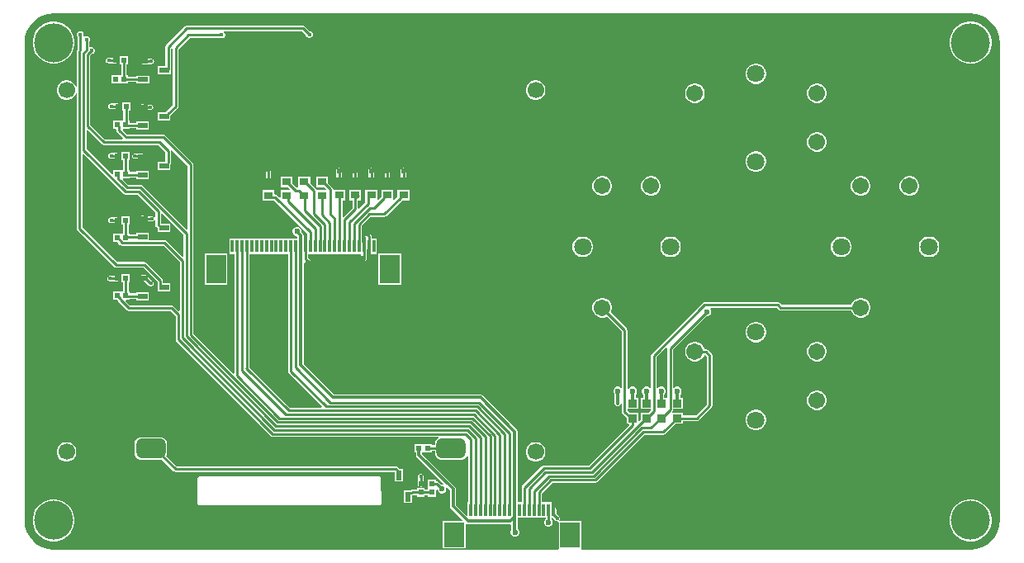
<source format=gbr>
%TF.GenerationSoftware,Altium Limited,Altium Designer,22.5.1 (42)*%
G04 Layer_Physical_Order=2*
G04 Layer_Color=16711680*
%FSLAX45Y45*%
%MOMM*%
%TF.SameCoordinates,ADDB7551-072C-4BAF-947E-D85C9ED3ECA7*%
%TF.FilePolarity,Positive*%
%TF.FileFunction,Copper,L2,Bot,Signal*%
%TF.Part,Single*%
G01*
G75*
%TA.AperFunction,SMDPad,CuDef*%
%ADD10R,0.56566X0.54000*%
%TA.AperFunction,Conductor*%
%ADD12C,0.25400*%
%ADD13C,0.30000*%
%TA.AperFunction,ComponentPad*%
G04:AMPARAMS|DCode=14|XSize=3mm|YSize=2mm|CornerRadius=0.5mm|HoleSize=0mm|Usage=FLASHONLY|Rotation=0.000|XOffset=0mm|YOffset=0mm|HoleType=Round|Shape=RoundedRectangle|*
%AMROUNDEDRECTD14*
21,1,3.00000,1.00000,0,0,0.0*
21,1,2.00000,2.00000,0,0,0.0*
1,1,1.00000,1.00000,-0.50000*
1,1,1.00000,-1.00000,-0.50000*
1,1,1.00000,-1.00000,0.50000*
1,1,1.00000,1.00000,0.50000*
%
%ADD14ROUNDEDRECTD14*%
%ADD15C,1.70000*%
%ADD16C,1.70790*%
%ADD17C,1.80000*%
%TA.AperFunction,ViaPad*%
%ADD18C,4.00000*%
%ADD19C,0.60000*%
%ADD20C,0.40000*%
%TA.AperFunction,SMDPad,CuDef*%
%ADD21R,0.86401X0.80648*%
%ADD22R,0.30000X1.30000*%
%ADD23R,2.00000X2.99999*%
%ADD24R,1.03749X0.53200*%
%ADD25R,0.53200X1.03749*%
%ADD26R,0.54000X0.56566*%
%TA.AperFunction,ConnectorPad*%
%ADD27R,2.00000X2.50000*%
%ADD28R,0.30000X1.25001*%
%TA.AperFunction,SMDPad,CuDef*%
%ADD29R,0.90000X0.80000*%
G36*
X9758526Y5494235D02*
X9814804Y5477164D01*
X9866670Y5449441D01*
X9912131Y5412132D01*
X9949440Y5366671D01*
X9977163Y5314805D01*
X9994235Y5258527D01*
X9999998Y5200000D01*
X9999999Y299999D01*
X9994235Y241473D01*
X9977163Y185194D01*
X9949440Y133329D01*
X9912132Y87868D01*
X9866671Y50559D01*
X9814804Y22836D01*
X9758527Y5764D01*
X9699999Y0D01*
X5713953Y-0D01*
X5708999Y12700D01*
Y290647D01*
X5491647D01*
X5484858Y303347D01*
X5487093Y306692D01*
X5489243Y317500D01*
X5487093Y328308D01*
X5485931Y330047D01*
X5484299Y338249D01*
X5478177Y347412D01*
X5478176Y347412D01*
X5453238Y372351D01*
Y408153D01*
X5451088Y418961D01*
X5444966Y428123D01*
X5435803Y434246D01*
X5424995Y436395D01*
X5417708Y434946D01*
X5407759Y440648D01*
X5405008Y443386D01*
Y485653D01*
X5303251D01*
Y577010D01*
X5412699Y686457D01*
X5854414D01*
X5854415Y686457D01*
X5865223Y688607D01*
X5874386Y694729D01*
X6357914Y1178257D01*
X6549446D01*
X6549447Y1178257D01*
X6560255Y1180407D01*
X6569418Y1186529D01*
X6674641Y1291753D01*
X6751100D01*
Y1318834D01*
X6896975D01*
X6896976Y1318833D01*
X6907785Y1320983D01*
X6916947Y1327106D01*
X7045249Y1455408D01*
X7045250Y1455408D01*
X7051372Y1464571D01*
X7053522Y1475379D01*
Y1991721D01*
X7051372Y2002529D01*
X7045250Y2011692D01*
X7045249Y2011692D01*
X7006371Y2050571D01*
X6997208Y2056693D01*
X6986400Y2058843D01*
X6986399Y2058843D01*
X6970969D01*
X6968153Y2069351D01*
X6954936Y2092244D01*
X6936244Y2110936D01*
X6913351Y2124153D01*
X6887817Y2130995D01*
X6861383D01*
X6835849Y2124153D01*
X6812956Y2110936D01*
X6794264Y2092244D01*
X6781047Y2069351D01*
X6774205Y2043817D01*
Y2017383D01*
X6781047Y1991849D01*
X6794264Y1968956D01*
X6812956Y1950264D01*
X6835849Y1937047D01*
X6861383Y1930205D01*
X6887817D01*
X6913351Y1937047D01*
X6936244Y1950264D01*
X6954936Y1968956D01*
X6967822Y1991276D01*
X6968265Y1991874D01*
X6982127Y1994931D01*
X6997036Y1980022D01*
Y1487078D01*
X6885278Y1375319D01*
X6751100D01*
Y1402400D01*
X6643026D01*
X6637765Y1415100D01*
X6641970Y1419305D01*
X6641970Y1419305D01*
X6648093Y1428468D01*
X6650242Y1439276D01*
Y1442400D01*
X6751100D01*
Y1553047D01*
X6723488D01*
Y1592548D01*
X6731049Y1600110D01*
X6737900Y1616649D01*
Y1634551D01*
X6731049Y1651090D01*
X6718390Y1663749D01*
X6701851Y1670600D01*
X6683949D01*
X6667410Y1663749D01*
X6662942Y1659282D01*
X6650242Y1664543D01*
Y2052842D01*
X6990800Y2393400D01*
X7006651D01*
X7023190Y2400251D01*
X7035849Y2412910D01*
X7042700Y2429449D01*
Y2447351D01*
X7035849Y2463890D01*
X7031882Y2467857D01*
X7037143Y2480557D01*
X7714354D01*
X7734281Y2460630D01*
X7734281Y2460629D01*
X7743444Y2454507D01*
X7754252Y2452357D01*
X8478231D01*
X8481047Y2441849D01*
X8494264Y2418956D01*
X8512956Y2400264D01*
X8535849Y2387047D01*
X8561383Y2380205D01*
X8587817D01*
X8613351Y2387047D01*
X8636244Y2400264D01*
X8654936Y2418956D01*
X8668153Y2441849D01*
X8674995Y2467383D01*
Y2493817D01*
X8668153Y2519351D01*
X8654936Y2542244D01*
X8636244Y2560936D01*
X8613351Y2574153D01*
X8587817Y2580995D01*
X8561383D01*
X8535849Y2574153D01*
X8512956Y2560936D01*
X8494264Y2542244D01*
X8481047Y2519351D01*
X8478231Y2508843D01*
X7765951D01*
X7746023Y2528771D01*
X7736861Y2534893D01*
X7726052Y2537043D01*
X7726051Y2537043D01*
X6972867D01*
X6972866Y2537043D01*
X6962058Y2534893D01*
X6952895Y2528771D01*
X6952895Y2528770D01*
X6431629Y2007505D01*
X6425507Y1998342D01*
X6423357Y1987534D01*
X6423357Y1987533D01*
Y1658072D01*
X6410657Y1653982D01*
X6400890Y1663749D01*
X6384351Y1670600D01*
X6366449D01*
X6349910Y1663749D01*
X6337251Y1651090D01*
X6330400Y1634551D01*
Y1616649D01*
X6337251Y1600110D01*
X6344812Y1592548D01*
Y1553047D01*
X6317200D01*
Y1442400D01*
X6417567D01*
X6420959Y1429700D01*
X6393659Y1402400D01*
X6317200D01*
Y1331694D01*
X6305634Y1320128D01*
X6293900Y1324988D01*
Y1402400D01*
X6207618D01*
X6182343Y1427675D01*
Y1442400D01*
X6293900D01*
Y1553047D01*
X6266288D01*
Y1592548D01*
X6273849Y1600110D01*
X6280700Y1616649D01*
Y1634551D01*
X6273849Y1651090D01*
X6261190Y1663749D01*
X6244651Y1670600D01*
X6226749D01*
X6210210Y1663749D01*
X6197551Y1651090D01*
X6195143Y1645277D01*
X6182443Y1647804D01*
Y2251000D01*
X6180293Y2261808D01*
X6174171Y2270971D01*
X6174170Y2270971D01*
X6012714Y2432428D01*
X6018153Y2441849D01*
X6024995Y2467383D01*
Y2493817D01*
X6018153Y2519351D01*
X6004936Y2542244D01*
X5986244Y2560936D01*
X5963351Y2574153D01*
X5937817Y2580995D01*
X5911383D01*
X5885849Y2574153D01*
X5862956Y2560936D01*
X5844264Y2542244D01*
X5831047Y2519351D01*
X5824205Y2493817D01*
Y2467383D01*
X5831047Y2441849D01*
X5844264Y2418956D01*
X5862956Y2400264D01*
X5885849Y2387047D01*
X5911383Y2380205D01*
X5937817D01*
X5963351Y2387047D01*
X5972772Y2392486D01*
X6125958Y2239301D01*
Y1664543D01*
X6113258Y1659282D01*
X6108790Y1663749D01*
X6092251Y1670600D01*
X6074349D01*
X6057810Y1663749D01*
X6045151Y1651090D01*
X6038300Y1634551D01*
Y1616649D01*
X6045151Y1600110D01*
X6052712Y1592548D01*
Y1498600D01*
X6055041Y1486895D01*
X6061671Y1476971D01*
X6071595Y1470341D01*
X6083300Y1468012D01*
X6095005Y1470341D01*
X6104929Y1476971D01*
X6111559Y1486895D01*
X6113258Y1495432D01*
X6125958Y1494181D01*
Y1447208D01*
X6125857Y1446702D01*
X6125857Y1446701D01*
Y1415978D01*
X6125857Y1415976D01*
X6128007Y1405168D01*
X6134129Y1396006D01*
X6134130Y1396005D01*
X6177500Y1352635D01*
Y1291753D01*
X6193185D01*
X6198445Y1279053D01*
X5783535Y864143D01*
X5325335D01*
X5325334Y864143D01*
X5314526Y861993D01*
X5305363Y855871D01*
X5105025Y655533D01*
X5098903Y646370D01*
X5096753Y635562D01*
X5096753Y635561D01*
Y485653D01*
X5055584D01*
Y1210704D01*
X5053255Y1222410D01*
X5046625Y1232333D01*
X5046624Y1232333D01*
X4695229Y1583729D01*
X4685305Y1590359D01*
X4673600Y1592688D01*
X4673599Y1592688D01*
X3174970D01*
X2861994Y1905664D01*
Y2939191D01*
X2874694Y2945427D01*
X2881097Y2941171D01*
X2882207Y2935592D01*
X2888329Y2926429D01*
X2897492Y2920307D01*
X2908300Y2918157D01*
X2919108Y2920307D01*
X2928271Y2926429D01*
X2934393Y2935592D01*
X2936543Y2946400D01*
Y2955763D01*
X2934393Y2966571D01*
X2928271Y2975733D01*
X2928270Y2975734D01*
X2909661Y2994343D01*
Y3031500D01*
X3453157D01*
Y2998209D01*
X3452216Y2996800D01*
X3450066Y2985991D01*
X3452216Y2975183D01*
X3458338Y2966021D01*
X3467501Y2959899D01*
X3478309Y2957748D01*
X3489117Y2959899D01*
X3498280Y2966021D01*
X3501370Y2969112D01*
X3501371Y2969112D01*
X3507493Y2978275D01*
X3509643Y2989083D01*
Y3077440D01*
X3517666Y3083285D01*
X3522343Y3085056D01*
X3531387Y3083257D01*
X3538717Y3084715D01*
X3548626Y3079052D01*
X3551417Y3076295D01*
Y3031500D01*
X3611417D01*
Y3191500D01*
X3559630D01*
Y3215649D01*
X3559630Y3215650D01*
X3557480Y3226458D01*
X3551358Y3235621D01*
X3551357Y3235621D01*
X3545563Y3241416D01*
X3543993Y3249308D01*
X3537871Y3258471D01*
X3528708Y3264593D01*
X3517900Y3266743D01*
X3507092Y3264593D01*
X3497929Y3258471D01*
X3491807Y3249308D01*
X3489657Y3238500D01*
Y3229139D01*
X3489657Y3229137D01*
X3491807Y3218329D01*
X3497929Y3209167D01*
X3503145Y3203951D01*
Y3145560D01*
X3495122Y3139715D01*
X3490444Y3137944D01*
X3481400Y3139743D01*
X3474105Y3138292D01*
X3464163Y3143986D01*
X3461405Y3146728D01*
Y3191500D01*
X3459630D01*
Y3324455D01*
X3548633Y3413457D01*
X3689488D01*
X3689490Y3413457D01*
X3700298Y3415607D01*
X3709460Y3421729D01*
X3871141Y3583410D01*
X3946200D01*
Y3693410D01*
X3826200D01*
Y3618352D01*
X3793800Y3585952D01*
X3781100Y3591212D01*
Y3693410D01*
X3661100D01*
Y3618352D01*
X3628700Y3585952D01*
X3616000Y3591212D01*
Y3693410D01*
X3496000D01*
Y3613840D01*
X3495457Y3611110D01*
X3495457Y3611109D01*
Y3560799D01*
X3431293Y3496635D01*
X3418593Y3501895D01*
Y3583410D01*
X3450900D01*
Y3693410D01*
X3330900D01*
Y3583410D01*
X3362108D01*
Y3503649D01*
X3272331Y3413872D01*
X3259631Y3419133D01*
Y3583410D01*
X3285800D01*
Y3693410D01*
X3177549D01*
X3165323Y3695606D01*
X3163269Y3705062D01*
X3162993Y3706446D01*
X3156871Y3715609D01*
X3156870Y3715610D01*
X3113810Y3758670D01*
Y3828729D01*
X2993810D01*
Y3718729D01*
X3073868D01*
X3092114Y3700483D01*
X3087254Y3688749D01*
X2995084D01*
X2994723Y3690567D01*
X2988601Y3699729D01*
X2929660Y3758670D01*
Y3828729D01*
X2809660D01*
Y3718729D01*
X2800061Y3711243D01*
X2792938D01*
X2745510Y3758670D01*
Y3828729D01*
X2625510D01*
Y3718729D01*
X2705569D01*
X2723815Y3700483D01*
X2718955Y3688749D01*
X2625510D01*
Y3615925D01*
X2613777Y3611065D01*
X2590093Y3634749D01*
X2580931Y3640871D01*
X2570123Y3643021D01*
X2561901Y3651640D01*
Y3687200D01*
X2441902D01*
Y3577200D01*
X2561901D01*
X2561901Y3577200D01*
Y3577200D01*
X2572660Y3572299D01*
X2903146Y3241813D01*
Y3191500D01*
X2901406D01*
Y3146734D01*
X2898655Y3143995D01*
X2888705Y3138293D01*
X2881418Y3139743D01*
X2874694Y3138405D01*
X2861994Y3145947D01*
Y3221499D01*
X2861994Y3221500D01*
X2859665Y3233205D01*
X2853035Y3243129D01*
X2839000Y3257163D01*
Y3272851D01*
X2832149Y3289390D01*
X2819490Y3302049D01*
X2802951Y3308900D01*
X2785049D01*
X2768510Y3302049D01*
X2755851Y3289390D01*
X2749000Y3272851D01*
Y3254949D01*
X2755851Y3238410D01*
X2768510Y3225751D01*
X2785049Y3218900D01*
X2790748D01*
X2800818Y3208830D01*
Y3191500D01*
X2101407D01*
Y3031500D01*
X2153160D01*
Y1810008D01*
X2140460Y1804748D01*
X1730043Y2215165D01*
Y3949699D01*
X1730043Y3949700D01*
X1727893Y3960508D01*
X1721771Y3969671D01*
X1442371Y4249071D01*
X1433208Y4255193D01*
X1422400Y4257343D01*
X1422399Y4257343D01*
X1053098D01*
X1008075Y4302367D01*
X1012935Y4314100D01*
X1082346D01*
Y4321756D01*
X1143801D01*
Y4308399D01*
X1277550D01*
Y4391599D01*
X1143801D01*
Y4378242D01*
X1082346D01*
Y4398100D01*
X1071065D01*
Y4504600D01*
X1089864D01*
Y4588600D01*
X1003299D01*
Y4504600D01*
X1014580D01*
Y4398100D01*
X909217D01*
Y4314100D01*
X938424D01*
X939840Y4302417D01*
X941990Y4291609D01*
X948112Y4282446D01*
X1011316Y4219243D01*
X1006055Y4206543D01*
X824499D01*
X675943Y4355099D01*
Y5068301D01*
X690742Y5083100D01*
X692762D01*
X705626Y5088428D01*
X715472Y5098274D01*
X720800Y5111138D01*
Y5125062D01*
X715472Y5137926D01*
X705626Y5147772D01*
X692762Y5153100D01*
X678838D01*
X675943Y5151901D01*
X663243Y5160387D01*
Y5211145D01*
X664672Y5212574D01*
X670000Y5225438D01*
Y5239362D01*
X664672Y5252226D01*
X654826Y5262072D01*
X641962Y5267400D01*
X628038D01*
X615174Y5262072D01*
X613816Y5260713D01*
X603049Y5267907D01*
X606500Y5276238D01*
Y5290162D01*
X601172Y5303026D01*
X591326Y5312872D01*
X578462Y5318200D01*
X564538D01*
X551674Y5312872D01*
X541828Y5303026D01*
X536500Y5290162D01*
Y5276238D01*
X541828Y5263374D01*
X543257Y5261945D01*
Y5127943D01*
X540807Y5124276D01*
X538657Y5113468D01*
X538657Y5113467D01*
Y4749005D01*
X525957Y4747333D01*
X524885Y4751335D01*
X511720Y4774138D01*
X493101Y4792756D01*
X470298Y4805922D01*
X444865Y4812737D01*
X418535D01*
X393102Y4805922D01*
X370299Y4792756D01*
X351680Y4774138D01*
X338515Y4751335D01*
X331700Y4725902D01*
Y4699571D01*
X338515Y4674138D01*
X351680Y4651336D01*
X370299Y4632717D01*
X393102Y4619552D01*
X418535Y4612737D01*
X444865D01*
X470298Y4619552D01*
X493101Y4632717D01*
X511720Y4651336D01*
X524885Y4674138D01*
X525957Y4678141D01*
X538657Y4676468D01*
Y3293901D01*
X538657Y3293900D01*
X540807Y3283092D01*
X546929Y3273929D01*
X919829Y2901029D01*
X928992Y2894907D01*
X939800Y2892757D01*
X1220201D01*
X1363507Y2749451D01*
Y2706301D01*
X1363507Y2706300D01*
X1364050Y2703570D01*
Y2650800D01*
X1497799D01*
Y2734000D01*
X1419993D01*
Y2761149D01*
X1419993Y2761150D01*
X1417843Y2771958D01*
X1411721Y2781121D01*
X1251871Y2940971D01*
X1242708Y2947093D01*
X1231900Y2949243D01*
X1231899Y2949243D01*
X951499D01*
X595143Y3305599D01*
Y4053688D01*
X606876Y4058549D01*
X1015096Y3650329D01*
X1024258Y3644207D01*
X1035066Y3642057D01*
X1035068Y3642057D01*
X1158192D01*
X1343357Y3456893D01*
Y3413846D01*
X1341275Y3412378D01*
X1325277Y3413664D01*
X1316114Y3419786D01*
X1305307Y3421936D01*
X1223217D01*
X1221484Y3423094D01*
X1210676Y3425244D01*
X1199868Y3423094D01*
X1190705Y3416972D01*
X1184583Y3407809D01*
X1182433Y3397001D01*
X1184583Y3386193D01*
X1190705Y3377030D01*
X1194013Y3373723D01*
X1203175Y3367601D01*
X1213983Y3365450D01*
X1213985Y3365451D01*
X1305307D01*
X1316114Y3367601D01*
X1325277Y3373723D01*
X1341275Y3375008D01*
X1343357Y3373541D01*
Y3330780D01*
X1343357Y3330779D01*
X1345507Y3319971D01*
X1351629Y3310808D01*
X1364050Y3298388D01*
Y3260400D01*
X1497799D01*
Y3343600D01*
X1419754D01*
X1417024Y3344143D01*
X1417023Y3344143D01*
X1399843D01*
Y3445822D01*
X1411576Y3450682D01*
X1633157Y3229101D01*
Y3008078D01*
X1621424Y3003218D01*
X1458971Y3165671D01*
X1449808Y3171793D01*
X1439000Y3173943D01*
X1438999Y3173943D01*
X1277550D01*
Y3248599D01*
X1143801D01*
Y3231942D01*
X1082346D01*
Y3242400D01*
X1067306D01*
Y3336200D01*
X1082346D01*
Y3420200D01*
X995780D01*
Y3336200D01*
X1010820D01*
Y3242400D01*
X909217D01*
Y3158400D01*
X955539D01*
X956987Y3151118D01*
X963110Y3141955D01*
X979335Y3125730D01*
X979336Y3125729D01*
X988498Y3119607D01*
X999307Y3117457D01*
X1427301D01*
X1592757Y2952001D01*
Y2451578D01*
X1581024Y2446717D01*
X1531271Y2496471D01*
X1522108Y2502593D01*
X1511300Y2504743D01*
X1511299Y2504743D01*
X1083305D01*
X1038281Y2549767D01*
X1043142Y2561500D01*
X1082346D01*
Y2572207D01*
X1143801D01*
Y2555799D01*
X1277550D01*
Y2638999D01*
X1143801D01*
Y2628692D01*
X1082346D01*
Y2645500D01*
X1067306D01*
Y2739300D01*
X1082346D01*
Y2823300D01*
X995780D01*
Y2739300D01*
X1010820D01*
Y2645500D01*
X909217D01*
Y2561500D01*
X955539D01*
X956987Y2554218D01*
X963110Y2545055D01*
X1051636Y2456529D01*
X1060798Y2450407D01*
X1071606Y2448257D01*
X1071608Y2448257D01*
X1499601D01*
X1552357Y2395501D01*
Y2153265D01*
X1552357Y2153264D01*
X1554507Y2142456D01*
X1560629Y2133293D01*
X2528093Y1165830D01*
X2528093Y1165830D01*
X2537256Y1159707D01*
X2548064Y1157558D01*
X4242221D01*
X4244748Y1144858D01*
X4243919Y1144514D01*
X4230342Y1134096D01*
X4219923Y1120517D01*
X4213373Y1104706D01*
X4211139Y1087737D01*
Y1069643D01*
X4175964D01*
Y1083400D01*
X4002836D01*
Y999400D01*
X4015531D01*
Y970383D01*
X4015530Y970382D01*
X4017859Y958677D01*
X4024490Y948753D01*
X4294562Y678681D01*
X4290029Y669647D01*
X4287982Y667300D01*
X4274841D01*
X4249071Y693071D01*
X4239908Y699193D01*
X4229100Y701343D01*
X4220300Y709575D01*
Y716383D01*
X4136300D01*
Y614780D01*
X4106000D01*
Y629820D01*
X4022000D01*
Y614780D01*
X3976558D01*
X3965750Y612630D01*
X3963452Y611094D01*
X3947599D01*
X3947598Y611094D01*
X3944868Y610551D01*
X3892098D01*
Y476802D01*
X3975298D01*
Y555091D01*
X3983681Y556758D01*
X3985979Y558294D01*
X4022000D01*
Y543254D01*
X4106000D01*
Y558294D01*
X4136300D01*
Y543254D01*
X4220300D01*
Y610780D01*
X4233000Y617568D01*
X4234900Y616299D01*
Y613349D01*
X4241751Y596810D01*
X4254410Y584151D01*
X4270949Y577300D01*
X4288851D01*
X4305390Y584151D01*
X4318049Y596810D01*
X4324900Y613349D01*
Y630382D01*
X4327247Y632429D01*
X4336281Y636962D01*
X4363612Y609630D01*
Y444502D01*
X4363612Y444500D01*
X4365941Y432795D01*
X4372571Y422871D01*
X4489559Y305883D01*
X4484699Y294150D01*
X4291001D01*
Y14150D01*
X4521000D01*
Y257850D01*
X4533700Y264639D01*
X4534895Y263841D01*
X4546600Y261512D01*
X4546602Y261512D01*
X4978882D01*
X4978883Y261512D01*
X4981708Y262074D01*
X4994408Y252281D01*
Y206648D01*
X4991051Y203290D01*
X4984200Y186751D01*
Y168849D01*
X4991051Y152310D01*
X5003710Y139651D01*
X5020249Y132800D01*
X5038151D01*
X5054690Y139651D01*
X5067349Y152310D01*
X5074200Y168849D01*
Y186751D01*
X5067349Y203290D01*
X5055584Y215056D01*
Y330652D01*
X5345311D01*
Y316251D01*
X5333951Y304890D01*
X5327100Y288351D01*
Y270449D01*
X5333951Y253910D01*
X5346610Y241251D01*
X5363149Y234400D01*
X5381051D01*
X5397590Y241251D01*
X5410249Y253910D01*
X5417100Y270449D01*
Y288351D01*
X5410249Y304890D01*
X5405162Y309978D01*
X5406025Y324291D01*
X5413075Y329382D01*
X5416931Y328775D01*
X5431094Y314612D01*
X5432114Y309485D01*
X5438236Y300323D01*
X5441030Y297529D01*
X5450192Y291407D01*
X5461000Y289257D01*
X5466299Y290311D01*
X5477563Y283029D01*
X5478999Y280938D01*
Y12700D01*
X5478999Y10648D01*
X5474045Y-0D01*
X300000Y-1D01*
X241472Y5764D01*
X185194Y22835D01*
X133328Y50558D01*
X87867Y87867D01*
X50559Y133328D01*
X22835Y185194D01*
X5764Y241472D01*
X-1Y299999D01*
X-1Y5199999D01*
X5764Y5258526D01*
X22835Y5314804D01*
X50558Y5366670D01*
X87867Y5412131D01*
X133328Y5449440D01*
X185193Y5477163D01*
X241472Y5494234D01*
X299999Y5499999D01*
X9699999Y5500000D01*
X9758526Y5494235D01*
D02*
G37*
G36*
X792829Y4158330D02*
X792830Y4158329D01*
X801992Y4152207D01*
X812800Y4150057D01*
X1372601D01*
X1444957Y4077701D01*
Y3978600D01*
X1364050D01*
Y3895400D01*
X1497799D01*
Y3948170D01*
X1498342Y3950900D01*
X1498341Y3950901D01*
Y3953547D01*
X1499293Y3954971D01*
X1501443Y3965779D01*
X1501443Y3965780D01*
Y4089400D01*
X1500758Y4092839D01*
X1512463Y4099095D01*
X1673557Y3938001D01*
Y3285178D01*
X1661824Y3280318D01*
X1211471Y3730671D01*
X1202308Y3736793D01*
X1191500Y3738943D01*
X1191499Y3738943D01*
X1063499D01*
X1009042Y3793400D01*
X1014303Y3806100D01*
X1082346D01*
Y3816807D01*
X1143801D01*
Y3800399D01*
X1277550D01*
Y3883599D01*
X1143801D01*
Y3873292D01*
X1082346D01*
Y3890100D01*
X1067306D01*
Y3996600D01*
X1082346D01*
Y4080600D01*
X995780D01*
Y3996600D01*
X1010820D01*
Y3890100D01*
X909217D01*
Y3852684D01*
X897484Y3847824D01*
X635543Y4109765D01*
Y4299022D01*
X647276Y4303883D01*
X792829Y4158330D01*
D02*
G37*
G36*
X6582975Y2075436D02*
X6593757Y2064541D01*
X6593757Y2064540D01*
Y1563411D01*
X6586000Y1553924D01*
X6558388D01*
Y1592548D01*
X6565949Y1600110D01*
X6572800Y1616649D01*
Y1634551D01*
X6565949Y1651090D01*
X6553290Y1663749D01*
X6536751Y1670600D01*
X6518849D01*
X6502310Y1663749D01*
X6492543Y1653982D01*
X6479843Y1658072D01*
Y1975835D01*
X6579769Y2075761D01*
X6582975Y2075436D01*
D02*
G37*
G36*
X2703146Y1827912D02*
X2703146Y1827911D01*
X2705296Y1817103D01*
X2711418Y1807940D01*
X3051183Y1468176D01*
X3046322Y1456443D01*
X2723699D01*
X2309645Y1870496D01*
Y3031500D01*
X2703146D01*
Y1827912D01*
D02*
G37*
G36*
X4211139Y987737D02*
X4213373Y970768D01*
X4219923Y954957D01*
X4230342Y941379D01*
X4243919Y930960D01*
X4259731Y924410D01*
X4276700Y922176D01*
X4476700D01*
X4493668Y924410D01*
X4509480Y930960D01*
X4523058Y941379D01*
X4533477Y954957D01*
X4534064Y956374D01*
X4546764Y953848D01*
Y485648D01*
X4545007D01*
Y353544D01*
X4533274Y348684D01*
X4424788Y457170D01*
Y622300D01*
X4422459Y634006D01*
X4415829Y643929D01*
X4415828Y643930D01*
X4076706Y983052D01*
Y999400D01*
X4175964D01*
Y1013157D01*
X4211139D01*
Y987737D01*
D02*
G37*
%LPC*%
G36*
X2857500Y5374943D02*
X2857499Y5374943D01*
X1663700D01*
X1652892Y5372793D01*
X1643729Y5366671D01*
X1643729Y5366670D01*
X1455355Y5178297D01*
X1449233Y5169134D01*
X1447083Y5158326D01*
X1447083Y5158325D01*
Y4956500D01*
X1369277D01*
Y4873300D01*
X1503026D01*
Y4926070D01*
X1503569Y4928800D01*
X1503569Y4928801D01*
Y5142703D01*
X1508828Y5146618D01*
X1513161Y5145522D01*
X1521157Y5139963D01*
Y4558298D01*
X1450128Y4487269D01*
X1449681Y4486600D01*
X1364050D01*
Y4403400D01*
X1497799D01*
Y4455057D01*
X1569370Y4526629D01*
X1569371Y4526629D01*
X1575493Y4535792D01*
X1577643Y4546600D01*
X1577643Y4546601D01*
Y5131801D01*
X1695543Y5249701D01*
X2001590D01*
X2002378Y5248914D01*
X2015242Y5243585D01*
X2029166D01*
X2042030Y5248914D01*
X2051875Y5258759D01*
X2057204Y5271623D01*
Y5285547D01*
X2051875Y5298411D01*
X2044529Y5305757D01*
X2047778Y5317429D01*
X2048423Y5318457D01*
X2845801D01*
X2886000Y5278259D01*
Y5276238D01*
X2891328Y5263374D01*
X2901174Y5253528D01*
X2914038Y5248200D01*
X2927962D01*
X2940826Y5253528D01*
X2950672Y5263374D01*
X2956000Y5276238D01*
Y5290162D01*
X2950672Y5303026D01*
X2940826Y5312872D01*
X2927962Y5318200D01*
X2925941D01*
X2877471Y5366671D01*
X2868308Y5372793D01*
X2857500Y5374943D01*
D02*
G37*
G36*
X934618Y5044743D02*
X863600D01*
X852792Y5042593D01*
X843629Y5036471D01*
X837507Y5027308D01*
X835357Y5016500D01*
X837507Y5005692D01*
X843629Y4996529D01*
X852792Y4990407D01*
X863600Y4988257D01*
X934618D01*
X945426Y4990407D01*
X954589Y4996529D01*
X960711Y5005692D01*
X962861Y5016500D01*
X960711Y5027308D01*
X954589Y5036471D01*
X945426Y5042593D01*
X934618Y5044743D01*
D02*
G37*
G36*
X9721176Y5415000D02*
X9678824D01*
X9637287Y5406738D01*
X9598159Y5390530D01*
X9562946Y5367001D01*
X9532998Y5337054D01*
X9509469Y5301841D01*
X9493262Y5262713D01*
X9485000Y5221176D01*
Y5178824D01*
X9493262Y5137287D01*
X9509469Y5098159D01*
X9532998Y5062946D01*
X9562946Y5032999D01*
X9598159Y5009470D01*
X9637287Y4993262D01*
X9678824Y4985000D01*
X9721176D01*
X9762713Y4993262D01*
X9801840Y5009470D01*
X9837054Y5032999D01*
X9867001Y5062946D01*
X9890530Y5098159D01*
X9906738Y5137287D01*
X9915000Y5178824D01*
Y5221176D01*
X9906738Y5262713D01*
X9890530Y5301841D01*
X9867001Y5337054D01*
X9837054Y5367001D01*
X9801840Y5390530D01*
X9762713Y5406738D01*
X9721176Y5415000D01*
D02*
G37*
G36*
X321176D02*
X278824D01*
X237287Y5406738D01*
X198159Y5390530D01*
X162946Y5367001D01*
X132998Y5337054D01*
X109469Y5301841D01*
X93262Y5262713D01*
X85000Y5221176D01*
Y5178824D01*
X93262Y5137287D01*
X109469Y5098159D01*
X132998Y5062946D01*
X162946Y5032999D01*
X198159Y5009470D01*
X237287Y4993262D01*
X278824Y4985000D01*
X321176D01*
X362713Y4993262D01*
X401840Y5009470D01*
X437054Y5032999D01*
X467001Y5062946D01*
X490530Y5098159D01*
X506738Y5137287D01*
X515000Y5178824D01*
Y5221176D01*
X506738Y5262713D01*
X490530Y5301841D01*
X467001Y5337054D01*
X437054Y5367001D01*
X401840Y5390530D01*
X362713Y5406738D01*
X321176Y5415000D01*
D02*
G37*
G36*
X1215903Y5038144D02*
X1205095Y5035994D01*
X1195932Y5029872D01*
X1189810Y5020709D01*
X1187660Y5009901D01*
X1189810Y4999093D01*
X1195932Y4989930D01*
X1197457Y4988406D01*
X1197458Y4988405D01*
X1206620Y4982283D01*
X1217428Y4980133D01*
X1293430D01*
X1301099Y4978608D01*
X1311907Y4980758D01*
X1321069Y4986880D01*
X1327192Y4996043D01*
X1329342Y5006851D01*
X1327192Y5017659D01*
X1321069Y5026821D01*
X1319544Y5028347D01*
X1310382Y5034469D01*
X1299573Y5036619D01*
X1299572Y5036619D01*
X1223572D01*
X1215903Y5038144D01*
D02*
G37*
G36*
X1064464Y5058500D02*
X977899D01*
Y4974500D01*
X992939D01*
Y4868000D01*
X891336D01*
Y4784000D01*
X1064464D01*
Y4794707D01*
X1149029D01*
Y4778299D01*
X1282777D01*
Y4861499D01*
X1149029D01*
Y4851192D01*
X1064464D01*
Y4868000D01*
X1049424D01*
Y4974500D01*
X1064464D01*
Y5058500D01*
D02*
G37*
G36*
X7513423Y4985600D02*
X7485776D01*
X7459071Y4978444D01*
X7435129Y4964621D01*
X7415579Y4945072D01*
X7401756Y4921129D01*
X7394600Y4894424D01*
Y4866777D01*
X7401756Y4840072D01*
X7415579Y4816129D01*
X7435129Y4796580D01*
X7459071Y4782756D01*
X7485776Y4775601D01*
X7513423D01*
X7540128Y4782756D01*
X7564071Y4796580D01*
X7583621Y4816129D01*
X7597444Y4840072D01*
X7604600Y4866777D01*
Y4894424D01*
X7597444Y4921129D01*
X7583621Y4945072D01*
X7564071Y4964621D01*
X7540128Y4978444D01*
X7513423Y4985600D01*
D02*
G37*
G36*
X5254865Y4812737D02*
X5228535D01*
X5203102Y4805922D01*
X5180299Y4792756D01*
X5161680Y4774138D01*
X5148515Y4751335D01*
X5141700Y4725902D01*
Y4699571D01*
X5148515Y4674138D01*
X5161680Y4651336D01*
X5180299Y4632717D01*
X5203102Y4619552D01*
X5228535Y4612737D01*
X5254865D01*
X5280298Y4619552D01*
X5303101Y4632717D01*
X5321720Y4651336D01*
X5334885Y4674138D01*
X5341700Y4699571D01*
Y4725902D01*
X5334885Y4751335D01*
X5321720Y4774138D01*
X5303101Y4792756D01*
X5280298Y4805922D01*
X5254865Y4812737D01*
D02*
G37*
G36*
X8137817Y4780995D02*
X8111383D01*
X8085849Y4774153D01*
X8062956Y4760936D01*
X8044264Y4742244D01*
X8031047Y4719351D01*
X8024205Y4693817D01*
Y4667383D01*
X8031047Y4641849D01*
X8044264Y4618956D01*
X8062956Y4600264D01*
X8085849Y4587047D01*
X8111383Y4580205D01*
X8137817D01*
X8163351Y4587047D01*
X8186244Y4600264D01*
X8204936Y4618956D01*
X8218153Y4641849D01*
X8224995Y4667383D01*
Y4693817D01*
X8218153Y4719351D01*
X8204936Y4742244D01*
X8186244Y4760936D01*
X8163351Y4774153D01*
X8137817Y4780995D01*
D02*
G37*
G36*
X6887817D02*
X6861383D01*
X6835849Y4774153D01*
X6812956Y4760936D01*
X6794264Y4742244D01*
X6781047Y4719351D01*
X6774205Y4693817D01*
Y4667383D01*
X6781047Y4641849D01*
X6794264Y4618956D01*
X6812956Y4600264D01*
X6835849Y4587047D01*
X6861383Y4580205D01*
X6887817D01*
X6913351Y4587047D01*
X6936244Y4600264D01*
X6954936Y4618956D01*
X6968153Y4641849D01*
X6974995Y4667383D01*
Y4693817D01*
X6968153Y4719351D01*
X6954936Y4742244D01*
X6936244Y4760936D01*
X6913351Y4774153D01*
X6887817Y4780995D01*
D02*
G37*
G36*
X960018Y4574843D02*
X889000D01*
X878192Y4572693D01*
X869029Y4566571D01*
X862907Y4557408D01*
X860757Y4546600D01*
X862907Y4535792D01*
X869029Y4526629D01*
X878192Y4520507D01*
X889000Y4518357D01*
X960018D01*
X970826Y4520507D01*
X979989Y4526629D01*
X986111Y4535792D01*
X988261Y4546600D01*
X986111Y4557408D01*
X979989Y4566571D01*
X970826Y4572693D01*
X960018Y4574843D01*
D02*
G37*
G36*
X1210676Y4568244D02*
X1199868Y4566094D01*
X1190705Y4559972D01*
X1184583Y4550809D01*
X1182433Y4540001D01*
X1184583Y4529193D01*
X1190705Y4520030D01*
X1194013Y4516723D01*
X1203175Y4510601D01*
X1213983Y4508450D01*
X1213985Y4508451D01*
X1292607D01*
X1303414Y4510601D01*
X1312577Y4516723D01*
X1318699Y4525886D01*
X1320849Y4536693D01*
X1318699Y4547501D01*
X1312577Y4556664D01*
X1303414Y4562786D01*
X1292607Y4564936D01*
X1223217D01*
X1221484Y4566094D01*
X1210676Y4568244D01*
D02*
G37*
G36*
X8137817Y4280995D02*
X8111383D01*
X8085849Y4274153D01*
X8062956Y4260936D01*
X8044264Y4242244D01*
X8031047Y4219351D01*
X8024205Y4193817D01*
Y4167383D01*
X8031047Y4141849D01*
X8044264Y4118956D01*
X8062956Y4100264D01*
X8085849Y4087047D01*
X8111383Y4080205D01*
X8137817D01*
X8163351Y4087047D01*
X8186244Y4100264D01*
X8204936Y4118956D01*
X8218153Y4141849D01*
X8224995Y4167383D01*
Y4193817D01*
X8218153Y4219351D01*
X8204936Y4242244D01*
X8186244Y4260936D01*
X8163351Y4274153D01*
X8137817Y4280995D01*
D02*
G37*
G36*
X7513423Y4085599D02*
X7485776D01*
X7459071Y4078444D01*
X7435129Y4064620D01*
X7415579Y4045071D01*
X7401756Y4021128D01*
X7394600Y3994423D01*
Y3966776D01*
X7401756Y3940071D01*
X7415579Y3916128D01*
X7435129Y3896579D01*
X7459071Y3882756D01*
X7485776Y3875600D01*
X7513423D01*
X7540128Y3882756D01*
X7564071Y3896579D01*
X7583621Y3916128D01*
X7597444Y3940071D01*
X7604600Y3966776D01*
Y3994423D01*
X7597444Y4021128D01*
X7583621Y4045071D01*
X7564071Y4064620D01*
X7540128Y4078444D01*
X7513423Y4085599D01*
D02*
G37*
G36*
X3886200Y3914443D02*
X3875392Y3912293D01*
X3866229Y3906171D01*
X3860107Y3897008D01*
X3857957Y3886200D01*
Y3778390D01*
X3860107Y3767582D01*
X3866229Y3758419D01*
X3875392Y3752297D01*
X3886200Y3750147D01*
X3897008Y3752297D01*
X3906171Y3758419D01*
X3912293Y3767582D01*
X3914443Y3778390D01*
Y3886200D01*
X3912293Y3897008D01*
X3906171Y3906171D01*
X3897008Y3912293D01*
X3886200Y3914443D01*
D02*
G37*
G36*
X3721100D02*
X3710292Y3912293D01*
X3701129Y3906171D01*
X3695007Y3897008D01*
X3692857Y3886200D01*
Y3778390D01*
X3695007Y3767582D01*
X3701129Y3758419D01*
X3710292Y3752297D01*
X3721100Y3750147D01*
X3731908Y3752297D01*
X3741071Y3758419D01*
X3747193Y3767582D01*
X3749343Y3778390D01*
Y3886200D01*
X3747193Y3897008D01*
X3741071Y3906171D01*
X3731908Y3912293D01*
X3721100Y3914443D01*
D02*
G37*
G36*
X3556000D02*
X3545192Y3912293D01*
X3536029Y3906171D01*
X3529907Y3897008D01*
X3527757Y3886200D01*
Y3778390D01*
X3529907Y3767582D01*
X3536029Y3758419D01*
X3545192Y3752297D01*
X3556000Y3750147D01*
X3566808Y3752297D01*
X3575971Y3758419D01*
X3582093Y3767582D01*
X3584243Y3778390D01*
Y3886200D01*
X3582093Y3897008D01*
X3575971Y3906171D01*
X3566808Y3912293D01*
X3556000Y3914443D01*
D02*
G37*
G36*
X3390900D02*
X3380092Y3912293D01*
X3370929Y3906171D01*
X3364807Y3897008D01*
X3362657Y3886200D01*
Y3778390D01*
X3364807Y3767582D01*
X3370929Y3758419D01*
X3380092Y3752297D01*
X3390900Y3750147D01*
X3401708Y3752297D01*
X3410871Y3758419D01*
X3416993Y3767582D01*
X3419143Y3778390D01*
Y3886200D01*
X3416993Y3897008D01*
X3410871Y3906171D01*
X3401708Y3912293D01*
X3390900Y3914443D01*
D02*
G37*
G36*
X3225800D02*
X3214992Y3912293D01*
X3205829Y3906171D01*
X3199707Y3897008D01*
X3197557Y3886200D01*
Y3778390D01*
X3199707Y3767582D01*
X3205829Y3758419D01*
X3214992Y3752297D01*
X3225800Y3750147D01*
X3236608Y3752297D01*
X3245771Y3758419D01*
X3251893Y3767582D01*
X3254043Y3778390D01*
Y3886200D01*
X3251893Y3897008D01*
X3245771Y3906171D01*
X3236608Y3912293D01*
X3225800Y3914443D01*
D02*
G37*
G36*
X2501900Y3927143D02*
X2491092Y3924993D01*
X2481929Y3918871D01*
X2475807Y3909708D01*
X2473657Y3898900D01*
Y3772182D01*
X2473657Y3772181D01*
X2475807Y3761373D01*
X2481929Y3752210D01*
X2481931Y3752209D01*
X2491093Y3746087D01*
X2501902Y3743937D01*
X2512709Y3746087D01*
X2521872Y3752209D01*
X2527994Y3761371D01*
X2530144Y3772179D01*
X2530143Y3772187D01*
Y3898900D01*
X2527993Y3909708D01*
X2521871Y3918871D01*
X2512708Y3924993D01*
X2501900Y3927143D01*
D02*
G37*
G36*
X9087817Y3830995D02*
X9061383D01*
X9035849Y3824153D01*
X9012956Y3810936D01*
X8994264Y3792244D01*
X8981047Y3769351D01*
X8974205Y3743817D01*
Y3717383D01*
X8981047Y3691849D01*
X8994264Y3668956D01*
X9012956Y3650264D01*
X9035849Y3637047D01*
X9061383Y3630205D01*
X9087817D01*
X9113351Y3637047D01*
X9136244Y3650264D01*
X9154936Y3668956D01*
X9168153Y3691849D01*
X9174995Y3717383D01*
Y3743817D01*
X9168153Y3769351D01*
X9154936Y3792244D01*
X9136244Y3810936D01*
X9113351Y3824153D01*
X9087817Y3830995D01*
D02*
G37*
G36*
X8587817D02*
X8561383D01*
X8535849Y3824153D01*
X8512956Y3810936D01*
X8494264Y3792244D01*
X8481047Y3769351D01*
X8474205Y3743817D01*
Y3717383D01*
X8481047Y3691849D01*
X8494264Y3668956D01*
X8512956Y3650264D01*
X8535849Y3637047D01*
X8561383Y3630205D01*
X8587817D01*
X8613351Y3637047D01*
X8636244Y3650264D01*
X8654936Y3668956D01*
X8668153Y3691849D01*
X8674995Y3717383D01*
Y3743817D01*
X8668153Y3769351D01*
X8654936Y3792244D01*
X8636244Y3810936D01*
X8613351Y3824153D01*
X8587817Y3830995D01*
D02*
G37*
G36*
X6437817D02*
X6411383D01*
X6385849Y3824153D01*
X6362956Y3810936D01*
X6344264Y3792244D01*
X6331047Y3769351D01*
X6324205Y3743817D01*
Y3717383D01*
X6331047Y3691849D01*
X6344264Y3668956D01*
X6362956Y3650264D01*
X6385849Y3637047D01*
X6411383Y3630205D01*
X6437817D01*
X6463351Y3637047D01*
X6486244Y3650264D01*
X6504936Y3668956D01*
X6518153Y3691849D01*
X6524995Y3717383D01*
Y3743817D01*
X6518153Y3769351D01*
X6504936Y3792244D01*
X6486244Y3810936D01*
X6463351Y3824153D01*
X6437817Y3830995D01*
D02*
G37*
G36*
X5937817D02*
X5911383D01*
X5885849Y3824153D01*
X5862956Y3810936D01*
X5844264Y3792244D01*
X5831047Y3769351D01*
X5824205Y3743817D01*
Y3717383D01*
X5831047Y3691849D01*
X5844264Y3668956D01*
X5862956Y3650264D01*
X5885849Y3637047D01*
X5911383Y3630205D01*
X5937817D01*
X5963351Y3637047D01*
X5986244Y3650264D01*
X6004936Y3668956D01*
X6018153Y3691849D01*
X6024995Y3717383D01*
Y3743817D01*
X6018153Y3769351D01*
X6004936Y3792244D01*
X5986244Y3810936D01*
X5963351Y3824153D01*
X5937817Y3830995D01*
D02*
G37*
G36*
X952500Y3406443D02*
X889000D01*
X878192Y3404293D01*
X869029Y3398171D01*
X862907Y3389008D01*
X860757Y3378200D01*
X862907Y3367392D01*
X869029Y3358229D01*
X878192Y3352107D01*
X889000Y3349957D01*
X952500D01*
X963308Y3352107D01*
X972471Y3358229D01*
X978593Y3367392D01*
X980743Y3378200D01*
X978593Y3389008D01*
X972471Y3398171D01*
X963308Y3404293D01*
X952500Y3406443D01*
D02*
G37*
G36*
X9288424Y3210600D02*
X9260777D01*
X9234072Y3203444D01*
X9210129Y3189621D01*
X9190580Y3170071D01*
X9176756Y3146129D01*
X9169600Y3119424D01*
Y3091777D01*
X9176756Y3065072D01*
X9190580Y3041129D01*
X9210129Y3021579D01*
X9234072Y3007756D01*
X9260777Y3000600D01*
X9288424D01*
X9315129Y3007756D01*
X9339071Y3021579D01*
X9358621Y3041129D01*
X9372444Y3065072D01*
X9379600Y3091777D01*
Y3119424D01*
X9372444Y3146129D01*
X9358621Y3170071D01*
X9339071Y3189621D01*
X9315129Y3203444D01*
X9288424Y3210600D01*
D02*
G37*
G36*
X8388423D02*
X8360777D01*
X8334071Y3203444D01*
X8310129Y3189621D01*
X8290579Y3170071D01*
X8276756Y3146129D01*
X8269600Y3119424D01*
Y3091777D01*
X8276756Y3065072D01*
X8290579Y3041129D01*
X8310129Y3021579D01*
X8334071Y3007756D01*
X8360777Y3000600D01*
X8388423D01*
X8415128Y3007756D01*
X8439071Y3021579D01*
X8458621Y3041129D01*
X8472444Y3065072D01*
X8479600Y3091777D01*
Y3119424D01*
X8472444Y3146129D01*
X8458621Y3170071D01*
X8439071Y3189621D01*
X8415128Y3203444D01*
X8388423Y3210600D01*
D02*
G37*
G36*
X6638424D02*
X6610777D01*
X6584072Y3203444D01*
X6560129Y3189621D01*
X6540580Y3170071D01*
X6526756Y3146129D01*
X6519600Y3119424D01*
Y3091777D01*
X6526756Y3065072D01*
X6540580Y3041129D01*
X6560129Y3021579D01*
X6584072Y3007756D01*
X6610777Y3000600D01*
X6638424D01*
X6665129Y3007756D01*
X6689071Y3021579D01*
X6708621Y3041129D01*
X6722444Y3065072D01*
X6729600Y3091777D01*
Y3119424D01*
X6722444Y3146129D01*
X6708621Y3170071D01*
X6689071Y3189621D01*
X6665129Y3203444D01*
X6638424Y3210600D01*
D02*
G37*
G36*
X5738423D02*
X5710776D01*
X5684071Y3203444D01*
X5660129Y3189621D01*
X5640579Y3170071D01*
X5626756Y3146129D01*
X5619600Y3119424D01*
Y3091777D01*
X5626756Y3065072D01*
X5640579Y3041129D01*
X5660129Y3021579D01*
X5684071Y3007756D01*
X5710776Y3000600D01*
X5738423D01*
X5765128Y3007756D01*
X5789071Y3021579D01*
X5808621Y3041129D01*
X5822444Y3065072D01*
X5829600Y3091777D01*
Y3119424D01*
X5822444Y3146129D01*
X5808621Y3170071D01*
X5789071Y3189621D01*
X5765128Y3203444D01*
X5738423Y3210600D01*
D02*
G37*
G36*
X952500Y2809543D02*
X876300D01*
X865492Y2807393D01*
X856329Y2801271D01*
X850207Y2792108D01*
X848057Y2781300D01*
X850207Y2770492D01*
X856329Y2761329D01*
X865492Y2755207D01*
X876300Y2753057D01*
X952500D01*
X963308Y2755207D01*
X972471Y2761329D01*
X978593Y2770492D01*
X980743Y2781300D01*
X978593Y2792108D01*
X972471Y2801271D01*
X963308Y2807393D01*
X952500Y2809543D01*
D02*
G37*
G36*
X3861428Y3041512D02*
X3631428D01*
Y2711512D01*
X3861428D01*
Y3041512D01*
D02*
G37*
G36*
X2081424D02*
X1851424D01*
Y2711512D01*
X2081424D01*
Y3041512D01*
D02*
G37*
G36*
X1235950Y2815644D02*
X1235949Y2815644D01*
X1210676D01*
X1199868Y2813494D01*
X1190705Y2807372D01*
X1184583Y2798209D01*
X1182433Y2787401D01*
X1184583Y2776593D01*
X1190705Y2767430D01*
X1199868Y2761308D01*
X1210676Y2759158D01*
X1224251D01*
X1272880Y2710529D01*
X1282043Y2704407D01*
X1292851Y2702257D01*
X1295400D01*
X1306208Y2704407D01*
X1315371Y2710529D01*
X1321493Y2719692D01*
X1323643Y2730500D01*
X1321493Y2741308D01*
X1315371Y2750471D01*
X1307690Y2755603D01*
X1255921Y2807372D01*
X1246758Y2813494D01*
X1235950Y2815644D01*
D02*
G37*
G36*
X7513423Y2335600D02*
X7485776D01*
X7459071Y2328444D01*
X7435129Y2314621D01*
X7415579Y2295071D01*
X7401756Y2271129D01*
X7394600Y2244424D01*
Y2216777D01*
X7401756Y2190072D01*
X7415579Y2166129D01*
X7435129Y2146579D01*
X7459071Y2132756D01*
X7485776Y2125600D01*
X7513423D01*
X7540128Y2132756D01*
X7564071Y2146579D01*
X7583621Y2166129D01*
X7597444Y2190072D01*
X7604600Y2216777D01*
Y2244424D01*
X7597444Y2271129D01*
X7583621Y2295071D01*
X7564071Y2314621D01*
X7540128Y2328444D01*
X7513423Y2335600D01*
D02*
G37*
G36*
X8137817Y2130995D02*
X8111383D01*
X8085849Y2124153D01*
X8062956Y2110936D01*
X8044264Y2092244D01*
X8031047Y2069351D01*
X8024205Y2043817D01*
Y2017383D01*
X8031047Y1991849D01*
X8044264Y1968956D01*
X8062956Y1950264D01*
X8085849Y1937047D01*
X8111383Y1930205D01*
X8137817D01*
X8163351Y1937047D01*
X8186244Y1950264D01*
X8204936Y1968956D01*
X8218153Y1991849D01*
X8224995Y2017383D01*
Y2043817D01*
X8218153Y2069351D01*
X8204936Y2092244D01*
X8186244Y2110936D01*
X8163351Y2124153D01*
X8137817Y2130995D01*
D02*
G37*
G36*
Y1630995D02*
X8111383D01*
X8085849Y1624153D01*
X8062956Y1610936D01*
X8044264Y1592244D01*
X8031047Y1569351D01*
X8024205Y1543817D01*
Y1517383D01*
X8031047Y1491849D01*
X8044264Y1468956D01*
X8062956Y1450264D01*
X8085849Y1437047D01*
X8111383Y1430205D01*
X8137817D01*
X8163351Y1437047D01*
X8186244Y1450264D01*
X8204936Y1468956D01*
X8218153Y1491849D01*
X8224995Y1517383D01*
Y1543817D01*
X8218153Y1569351D01*
X8204936Y1592244D01*
X8186244Y1610936D01*
X8163351Y1624153D01*
X8137817Y1630995D01*
D02*
G37*
G36*
X7513423Y1435600D02*
X7485776D01*
X7459071Y1428444D01*
X7435129Y1414620D01*
X7415579Y1395071D01*
X7401756Y1371128D01*
X7394600Y1344423D01*
Y1316776D01*
X7401756Y1290071D01*
X7415579Y1266129D01*
X7435129Y1246579D01*
X7459071Y1232756D01*
X7485776Y1225600D01*
X7513423D01*
X7540128Y1232756D01*
X7564071Y1246579D01*
X7583621Y1266129D01*
X7597444Y1290071D01*
X7604600Y1316776D01*
Y1344423D01*
X7597444Y1371128D01*
X7583621Y1395071D01*
X7564071Y1414620D01*
X7540128Y1428444D01*
X7513423Y1435600D01*
D02*
G37*
G36*
X5254865Y1102737D02*
X5228535D01*
X5203102Y1095922D01*
X5180299Y1082757D01*
X5161680Y1064138D01*
X5148515Y1041335D01*
X5141700Y1015902D01*
Y989572D01*
X5148515Y964139D01*
X5161680Y941336D01*
X5180299Y922717D01*
X5203102Y909552D01*
X5228535Y902737D01*
X5254865D01*
X5280298Y909552D01*
X5303101Y922717D01*
X5321720Y941336D01*
X5334885Y964139D01*
X5341700Y989572D01*
Y1015902D01*
X5334885Y1041335D01*
X5321720Y1064138D01*
X5303101Y1082757D01*
X5280298Y1095922D01*
X5254865Y1102737D01*
D02*
G37*
G36*
X444865D02*
X418535D01*
X393102Y1095922D01*
X370299Y1082757D01*
X351680Y1064138D01*
X338515Y1041335D01*
X331700Y1015902D01*
Y989572D01*
X338515Y964139D01*
X351680Y941336D01*
X370299Y922717D01*
X393102Y909552D01*
X418535Y902737D01*
X444865D01*
X470298Y909552D01*
X493101Y922717D01*
X511720Y941336D01*
X524885Y964139D01*
X531700Y989572D01*
Y1015902D01*
X524885Y1041335D01*
X511720Y1064138D01*
X493101Y1082757D01*
X470298Y1095922D01*
X444865Y1102737D01*
D02*
G37*
G36*
X1396700Y1153298D02*
X1196700D01*
X1179731Y1151064D01*
X1163919Y1144514D01*
X1150342Y1134096D01*
X1139923Y1120517D01*
X1133373Y1104706D01*
X1131139Y1087737D01*
Y987737D01*
X1133373Y970768D01*
X1139923Y954957D01*
X1150342Y941379D01*
X1163919Y930960D01*
X1179731Y924410D01*
X1196700Y922176D01*
X1396700D01*
X1410911Y924047D01*
X1529429Y805529D01*
X1538592Y799407D01*
X1549400Y797257D01*
X3796554D01*
Y777827D01*
X3796554Y777825D01*
X3797097Y775096D01*
Y697051D01*
X3880297D01*
Y830800D01*
X3844559D01*
X3829888Y845471D01*
X3820726Y851593D01*
X3809918Y853743D01*
X3809916Y853743D01*
X1561099D01*
X1455354Y959488D01*
X1460027Y970768D01*
X1462261Y987737D01*
Y1087737D01*
X1460027Y1104706D01*
X1453477Y1120517D01*
X1443058Y1134096D01*
X1429481Y1144514D01*
X1413668Y1151064D01*
X1396700Y1153298D01*
D02*
G37*
G36*
X4064000Y777543D02*
X4053192Y775393D01*
X4044029Y769271D01*
X4037907Y760108D01*
X4035757Y749300D01*
Y673100D01*
X4037907Y662292D01*
X4044029Y653129D01*
X4053192Y647007D01*
X4064000Y644857D01*
X4074808Y647007D01*
X4083971Y653129D01*
X4090093Y662292D01*
X4092243Y673100D01*
Y749300D01*
X4090093Y760108D01*
X4083971Y769271D01*
X4074808Y775393D01*
X4064000Y777543D01*
D02*
G37*
G36*
X3638804Y750466D02*
X1790700D01*
X1779219Y745711D01*
X1774464Y734230D01*
Y469900D01*
X1779219Y458419D01*
X1790700Y453664D01*
X3641855D01*
X3641948Y453703D01*
X3642042Y453665D01*
X3647667Y456072D01*
X3653335Y458419D01*
X3653374Y458513D01*
X3653467Y458553D01*
X3655747Y464243D01*
X3658090Y469900D01*
X3658052Y469993D01*
X3658089Y470087D01*
X3655039Y734418D01*
X3652628Y740052D01*
X3650284Y745711D01*
X3650191Y745750D01*
X3650151Y745843D01*
X3644461Y748123D01*
X3638804Y750466D01*
D02*
G37*
G36*
X9721176Y515000D02*
X9678824D01*
X9637287Y506738D01*
X9598159Y490530D01*
X9562946Y467001D01*
X9532998Y437054D01*
X9509469Y401840D01*
X9493262Y362713D01*
X9485000Y321176D01*
Y278824D01*
X9493262Y237287D01*
X9509469Y198159D01*
X9532998Y162946D01*
X9562946Y132998D01*
X9598159Y109469D01*
X9637287Y93262D01*
X9678824Y85000D01*
X9721176D01*
X9762713Y93262D01*
X9801840Y109469D01*
X9837054Y132998D01*
X9867001Y162946D01*
X9890530Y198159D01*
X9906738Y237287D01*
X9915000Y278824D01*
Y321176D01*
X9906738Y362713D01*
X9890530Y401840D01*
X9867001Y437054D01*
X9837054Y467001D01*
X9801840Y490530D01*
X9762713Y506738D01*
X9721176Y515000D01*
D02*
G37*
G36*
X321176D02*
X278824D01*
X237287Y506738D01*
X198159Y490530D01*
X162946Y467001D01*
X132998Y437054D01*
X109469Y401840D01*
X93262Y362713D01*
X85000Y321176D01*
Y278824D01*
X93262Y237287D01*
X109469Y198159D01*
X132998Y162946D01*
X162946Y132998D01*
X198159Y109469D01*
X237287Y93262D01*
X278824Y85000D01*
X321176D01*
X362713Y93262D01*
X401840Y109469D01*
X437054Y132998D01*
X467001Y162946D01*
X490530Y198159D01*
X506738Y237287D01*
X515000Y278824D01*
Y321176D01*
X506738Y362713D01*
X490530Y401840D01*
X467001Y437054D01*
X437054Y467001D01*
X401840Y490530D01*
X362713Y506738D01*
X321176Y515000D01*
D02*
G37*
G36*
X952500Y4066843D02*
X889000D01*
X878192Y4064693D01*
X869029Y4058571D01*
X862907Y4049408D01*
X860757Y4038600D01*
X862907Y4027792D01*
X869029Y4018629D01*
X878192Y4012507D01*
X889000Y4010357D01*
X952500D01*
X963308Y4012507D01*
X972471Y4018629D01*
X978593Y4027792D01*
X980743Y4038600D01*
X978593Y4049408D01*
X972471Y4058571D01*
X963308Y4064693D01*
X952500Y4066843D01*
D02*
G37*
G36*
X1206870Y4064050D02*
X1206869Y4064049D01*
X1133093D01*
X1122286Y4061899D01*
X1113123Y4055777D01*
X1107001Y4046614D01*
X1104851Y4035807D01*
X1107001Y4024999D01*
X1113123Y4015836D01*
X1122286Y4009714D01*
X1133093Y4007564D01*
X1197390D01*
X1199868Y4005908D01*
X1210676Y4003758D01*
X1221484Y4005908D01*
X1230647Y4012030D01*
X1236769Y4021193D01*
X1238919Y4032001D01*
X1236769Y4042809D01*
X1230647Y4051972D01*
X1226841Y4055777D01*
X1217679Y4061899D01*
X1206870Y4064050D01*
D02*
G37*
%LPD*%
D10*
X952500Y4038600D02*
D03*
X1039063D02*
D03*
X952500Y3378200D02*
D03*
X1039063D02*
D03*
X952500Y3848100D02*
D03*
X1039063D02*
D03*
X952500Y3200400D02*
D03*
X1039063D02*
D03*
X952500Y2603500D02*
D03*
X1039063D02*
D03*
X952500Y2781300D02*
D03*
X1039063D02*
D03*
X1046582Y4546600D02*
D03*
X960018D02*
D03*
X1039063Y4356100D02*
D03*
X952500D02*
D03*
X1021182Y5016500D02*
D03*
X934618D02*
D03*
X1021182Y4826000D02*
D03*
X934618D02*
D03*
X4132682Y1041400D02*
D03*
X4046118D02*
D03*
D12*
X6622000Y2064541D02*
X6995859Y2438400D01*
X6997700D01*
X6451600Y1987534D02*
X6972866Y2508800D01*
X6451600Y1420400D02*
Y1987534D01*
X8576413Y2480600D02*
X8585013Y2489200D01*
X6972866Y2508800D02*
X7726052D01*
X7754252Y2480600D01*
X8576413D01*
X6622000Y1439276D02*
Y2064541D01*
X4975009Y408153D02*
Y1190857D01*
X4775007Y408148D02*
Y1162324D01*
X4875009Y408153D02*
Y1176589D01*
X4924996Y408153D02*
Y1183736D01*
X2564798Y1226200D02*
X4539728D01*
X4623398Y1428200D02*
X4875009Y1176589D01*
X4625020Y408148D02*
Y1140909D01*
X4539728Y1226200D02*
X4625020Y1140909D01*
X4640132Y1468600D02*
X4924996Y1183736D01*
X4556462Y1266600D02*
X4675007Y1148055D01*
X2581532Y1266600D02*
X4556462D01*
X2615000Y1347400D02*
X4589930D01*
X4825019Y408148D02*
Y1169445D01*
X4589930Y1347400D02*
X4775007Y1162324D01*
X2676200Y1387800D02*
X4606664D01*
X2598266Y1307000D02*
X4573196D01*
X4575007Y408148D02*
Y1131993D01*
X3139200Y1509000D02*
X4656866D01*
X4521200Y1185800D02*
X4575007Y1131993D01*
X2548064Y1185800D02*
X4521200D01*
X3090700Y1468600D02*
X4640132D01*
X4606664Y1387800D02*
X4825019Y1169445D01*
X4725020Y408148D02*
Y1155177D01*
X2712000Y1428200D02*
X4623398D01*
X4573196Y1307000D02*
X4725020Y1155177D01*
X4675007Y408148D02*
Y1148055D01*
X4656866Y1509000D02*
X4975009Y1190857D01*
X1206870Y4035807D02*
X1210676Y4032001D01*
X1133093Y4035807D02*
X1206870D01*
X1217428Y5008376D02*
X1299573D01*
X1215903Y5009901D02*
X1217428Y5008376D01*
X1299573D02*
X1301099Y5006851D01*
X1661400Y2186732D02*
Y3240800D01*
X1191500Y3710700D02*
X1661400Y3240800D01*
X1051800Y3710700D02*
X1191500D01*
X1386479Y3315900D02*
X1417024D01*
X1169891Y3670300D02*
X1371600Y3468591D01*
Y3330779D02*
Y3468591D01*
Y3330779D02*
X1386479Y3315900D01*
X1213983Y3393693D02*
X1305307D01*
X1210676Y3397001D02*
X1213983Y3393693D01*
X1417024Y3315900D02*
X1430924Y3302000D01*
X1035066Y3670300D02*
X1169891D01*
X1701800Y2203466D02*
Y3949700D01*
X1422400Y4229100D02*
X1701800Y3949700D01*
X1041400Y4229100D02*
X1422400D01*
X4064000Y673100D02*
Y749300D01*
X5424995Y360652D02*
X5458207Y327441D01*
X5424995Y360652D02*
Y408153D01*
X5458207Y320293D02*
X5461000Y317500D01*
X5458207Y320293D02*
Y327441D01*
X1292851Y2730500D02*
X1295400D01*
X1235950Y2787401D02*
X1292851Y2730500D01*
X863600Y5016500D02*
X934618D01*
X1213983Y4536693D02*
X1292607D01*
X1210676Y4540001D02*
X1213983Y4536693D01*
X1210676Y2787401D02*
X1235950D01*
X876300Y2781300D02*
X952500D01*
X889000Y4546600D02*
X960018D01*
X939800Y2921000D02*
X1231900D01*
X1391750Y2761150D01*
Y2706300D02*
Y2761150D01*
X5373554Y406698D02*
X5375008Y408153D01*
X5373554Y280854D02*
Y406698D01*
X5372100Y279400D02*
X5373554Y280854D01*
X4178300Y673100D02*
X4229100D01*
X4279900Y622300D01*
X2881418Y2982644D02*
X2908300Y2955763D01*
X2881418Y2982644D02*
Y3111500D01*
X1580600Y2153264D02*
X2548064Y1185800D01*
X1621000Y2169998D02*
X2564798Y1226200D01*
X2276820Y1863381D02*
X2712000Y1428200D01*
X1661400Y2186732D02*
X2581532Y1266600D01*
X2731389Y1827911D02*
X3090700Y1468600D01*
X2781402Y1866799D02*
X3139200Y1509000D01*
X2226807Y1837193D02*
X2676200Y1387800D01*
X1701800Y2203466D02*
X2598266Y1307000D01*
X2176820Y1785580D02*
X2615000Y1347400D01*
X1549400Y5143500D02*
X1683844Y5277944D01*
X2021562D01*
X2022204Y5278585D01*
X1663700Y5346700D02*
X2857500D01*
X1475326Y5158326D02*
X1663700Y5346700D01*
X2857500D02*
X2921000Y5283200D01*
X5924600Y2480600D02*
X6154200Y2251000D01*
Y1446803D02*
Y2251000D01*
X7025279Y1475379D02*
Y1991721D01*
X6530677Y1347953D02*
X6622000Y1439276D01*
X6896976Y1347076D02*
X7025279Y1475379D01*
X6986400Y2030600D02*
X7025279Y1991721D01*
X6692900Y1347076D02*
X6896976D01*
X5325334Y835900D02*
X5795234D01*
X5342068Y795500D02*
X5820947D01*
X5224996Y602196D02*
X5377900Y755100D01*
X5175008Y628440D02*
X5342068Y795500D01*
X5854415Y714700D02*
X6346215Y1206500D01*
X5124996Y635562D02*
X5325334Y835900D01*
X5795234D02*
X6235700Y1276366D01*
X5837681Y755100D02*
X6329481Y1246900D01*
X5401000Y714700D02*
X5854415D01*
X5275008Y588708D02*
X5401000Y714700D01*
X5377900Y755100D02*
X5837681D01*
X5820947Y795500D02*
X6372523Y1347076D01*
X5275008Y408153D02*
Y588708D01*
X5224996Y408153D02*
Y602196D01*
X5175008Y408153D02*
Y628440D01*
X5124996Y408153D02*
Y635562D01*
X2781402Y1866799D02*
Y3111500D01*
X1549400Y825500D02*
X3809918D01*
X6527800Y1347953D02*
X6530677D01*
X6524923D02*
X6527800D01*
X6423871Y1246900D02*
X6524923Y1347953D01*
X6549447Y1206500D02*
X6690023Y1347076D01*
X6346215Y1206500D02*
X6549447D01*
X6329481Y1246900D02*
X6423871D01*
X6690023Y1347076D02*
X6692900D01*
X6372523D02*
X6378277D01*
X6235700Y1276366D02*
Y1347076D01*
X6154100Y1415976D02*
X6227912Y1342164D01*
X4132682Y1041400D02*
X4373020D01*
X4376683Y1037737D01*
X6874600Y2030600D02*
X6986400D01*
X889000Y3378200D02*
X952500D01*
X889000Y4038600D02*
X952500D01*
X607300Y4098066D02*
X1035066Y3670300D01*
X607300Y4098066D02*
Y5096734D01*
X983080Y3779420D02*
X1051800Y3710700D01*
X1045164Y4349999D02*
X1210676D01*
X1039063Y4356100D02*
X1045164Y4349999D01*
X968083Y4302417D02*
X1041400Y4229100D01*
X968083Y4302417D02*
Y4341800D01*
X953783Y4356100D02*
X968083Y4341800D01*
X952500Y4356100D02*
X953783D01*
X1470099Y4467299D02*
X1549400Y4546600D01*
Y5143500D01*
X647700Y5080000D02*
X685800Y5118100D01*
X607300Y5096734D02*
X635000Y5124434D01*
X571500Y5118068D02*
Y5283200D01*
X566900Y5113468D02*
X571500Y5118068D01*
X647700Y4343400D02*
Y5080000D01*
X635000Y5124434D02*
Y5232400D01*
X566900Y3293900D02*
Y5113468D01*
Y3293900D02*
X939800Y2921000D01*
X1436152Y4914900D02*
X1461426D01*
X1475326Y4928800D01*
Y5158326D01*
X812800Y4178300D02*
X1384300D01*
X1473200Y4089400D01*
Y3965779D02*
Y4089400D01*
X1470099Y3962678D02*
X1473200Y3965779D01*
X1456199Y3937000D02*
X1470099Y3950900D01*
X1430924Y3937000D02*
X1456199D01*
X1470099Y3950900D02*
Y3962678D01*
X647700Y4343400D02*
X812800Y4178300D01*
X1443499Y4432300D02*
X1470099Y4458900D01*
Y4467299D01*
X1435100Y4432300D02*
X1443499D01*
X1430924Y4436476D02*
X1435100Y4432300D01*
X1430924Y4436476D02*
Y4445000D01*
X952500Y3848100D02*
X962633Y3837967D01*
Y3799868D02*
Y3837967D01*
X983080Y3779420D02*
Y3779420D01*
X962633Y3799868D02*
X983080Y3779420D01*
X1405650Y2692400D02*
X1430924D01*
X1391750Y2706300D02*
X1405650Y2692400D01*
X1439000Y3145700D02*
X1621000Y2963700D01*
Y2169998D02*
Y2963700D01*
X3824797Y777825D02*
Y810621D01*
X3809918Y825500D02*
X3824797Y810621D01*
Y777825D02*
X3838697Y763925D01*
X1337163Y1037737D02*
X1549400Y825500D01*
X983080Y3161926D02*
X999307Y3145700D01*
X1439000D01*
X2226807Y1837193D02*
X2231390Y1841776D01*
X2276820Y1863381D02*
X2281403Y1867963D01*
X2181403Y1790163D02*
Y3111500D01*
X2281403Y1867963D02*
Y3111500D01*
X2231390Y1841776D02*
Y3111500D01*
X2176820Y1785580D02*
X2181403Y1790163D01*
X1580600Y2153264D02*
Y2407200D01*
X1511300Y2476500D02*
X1580600Y2407200D01*
X1071606Y2476500D02*
X1511300D01*
X983080Y2565026D02*
X1071606Y2476500D01*
X983080Y2565026D02*
Y2574202D01*
X953783Y2603500D02*
X983080Y2574202D01*
X952500Y2603500D02*
X953783D01*
Y3200400D02*
X983080Y3171102D01*
X952500Y3200400D02*
X953783D01*
X983080Y3161926D02*
Y3171102D01*
X1039063Y2603500D02*
X1042114Y2600449D01*
X1207625D01*
X1210676Y2597399D01*
X1039063Y2603500D02*
Y2781300D01*
Y3200400D02*
X1042363Y3203699D01*
X1207376D01*
X1210676Y3206999D01*
X1039063Y3200400D02*
Y3378200D01*
X1042114Y3845049D02*
X1207625D01*
X1039063Y3848100D02*
X1042114Y3845049D01*
X1207625D02*
X1210676Y3841999D01*
X1039063Y3848100D02*
Y4038600D01*
X1212853Y4822949D02*
X1215903Y4819899D01*
X1021182Y4826000D02*
X1024232Y4822949D01*
X1212853D01*
X1021182Y4826000D02*
Y5016500D01*
X1042822Y4542841D02*
X1046582Y4546600D01*
X1042822Y4359859D02*
Y4542841D01*
X6378277Y1347076D02*
X6451600Y1420400D01*
X2731389Y1827911D02*
Y3111500D01*
X6154100Y1415976D02*
Y1446702D01*
X6154200Y1446803D01*
X1296683Y1037737D02*
X1337163D01*
X4064000Y586537D02*
X4178300D01*
X3933698Y568951D02*
X3947598Y582851D01*
X3972872D02*
X3976558Y586537D01*
X3933698Y543677D02*
Y568951D01*
X3947598Y582851D02*
X3972872D01*
X3976558Y586537D02*
X4064000D01*
X3517900Y3229137D02*
X3531387Y3215650D01*
Y3111500D02*
Y3215650D01*
X3517900Y3229137D02*
Y3238500D01*
X3478309Y2985991D02*
X3481400Y2989083D01*
Y3111500D01*
X3543300Y3505200D02*
X3587890D01*
X3381400Y3111500D02*
Y3343300D01*
X3543300Y3505200D01*
X3431388Y3336154D02*
X3536934Y3441700D01*
X3689490D01*
X3431388Y3111500D02*
Y3336154D01*
X3331388Y3356788D02*
X3523700Y3549100D01*
X3390350Y3491950D02*
Y3604900D01*
X3331388Y3111500D02*
Y3356788D01*
X3523700Y3549100D02*
Y3611110D01*
X3551000Y3638410D02*
X3556000D01*
X3281401Y3111500D02*
Y3383001D01*
X3390350Y3491950D01*
X3523700Y3611110D02*
X3551000Y3638410D01*
X3231388Y3625087D02*
X3238501Y3632200D01*
X3231388Y3625087D02*
Y3632822D01*
Y3111500D02*
Y3625087D01*
X3225800Y3638410D02*
X3231388Y3632822D01*
X2570122Y3614778D02*
X2931389Y3253512D01*
Y3111500D02*
Y3253512D01*
X2705644Y3570529D02*
X2981401Y3294772D01*
Y3111500D02*
Y3294772D01*
X2874660Y3475340D02*
X3031388Y3318612D01*
Y3111500D02*
Y3318612D01*
X3081401Y3111500D02*
Y3332099D01*
X2968630Y3444870D02*
X3081401Y3332099D01*
X3053810Y3431304D02*
X3131388Y3353726D01*
Y3111500D02*
Y3353726D01*
X3136900Y3441700D02*
X3181401Y3397199D01*
Y3111500D02*
Y3397199D01*
X2874660Y3475340D02*
Y3633749D01*
X3886200Y3778390D02*
Y3886200D01*
X3721100Y3778390D02*
Y3886200D01*
X3556000Y3778390D02*
Y3886200D01*
X3390900Y3778390D02*
Y3886200D01*
X3225800Y3778390D02*
Y3886200D01*
X2501900Y3772181D02*
Y3898900D01*
Y3772181D02*
X2501902Y3772179D01*
X2908300Y2946400D02*
Y2955763D01*
X3881200Y3638410D02*
X3886200D01*
X3853900Y3611110D02*
X3881200Y3638410D01*
X3689490Y3441700D02*
X3853900Y3606110D01*
Y3611110D01*
X3721100Y3638410D02*
X3721100Y3638411D01*
X3688800Y3606110D02*
Y3611110D01*
X3716100Y3638410D02*
X3721100D01*
X3688800Y3611110D02*
X3716100Y3638410D01*
X3587890Y3505200D02*
X3688800Y3606110D01*
X3417650Y3632200D02*
X3422650D01*
X2501902D02*
X2519324Y3614778D01*
X2570122D01*
X2705644Y3570529D02*
Y3613615D01*
X2685510Y3633749D02*
X2705644Y3613615D01*
X2864660Y3633749D02*
X2874660D01*
X2968630Y3444870D02*
Y3679759D01*
X3136900Y3441700D02*
Y3695639D01*
X3058810Y3773729D02*
X3136900Y3695639D01*
X3053810Y3431304D02*
Y3633749D01*
X3390350Y3604900D02*
X3417650Y3632200D01*
X2815409Y3683000D02*
X2864660Y3633749D01*
X2690510Y3773729D02*
X2781239Y3683000D01*
X2815409D01*
X2685510Y3773729D02*
X2690510D01*
X2869660D02*
X2874660D01*
X2968630Y3679759D01*
X3053810Y3773729D02*
X3058810D01*
D13*
X3162300Y1562100D02*
X4673600D01*
X5024996Y1210704D01*
Y408153D02*
Y1210704D01*
Y182004D02*
X5029200Y177800D01*
X5024996Y182004D02*
Y338213D01*
Y408153D01*
X6692900Y1497724D02*
Y1625600D01*
X6527800Y1498600D02*
Y1625600D01*
X6375400Y1497724D02*
Y1625600D01*
X6235700Y1497724D02*
Y1625600D01*
X6083300Y1498600D02*
Y1625600D01*
X4394200Y444500D02*
X4546600Y292100D01*
X4978883D02*
X5024996Y338213D01*
X4546600Y292100D02*
X4978883D01*
X4046118Y970382D02*
X4394200Y622300D01*
X4046118Y970382D02*
Y1041400D01*
X4394200Y444500D02*
Y622300D01*
X2831406Y1892994D02*
X3162300Y1562100D01*
X2831406Y1892994D02*
Y3111500D01*
Y3221500D01*
X2794000Y3258906D02*
Y3263900D01*
Y3258906D02*
X2831406Y3221500D01*
D14*
X4376700Y1037737D02*
D03*
X1296700D02*
D03*
D15*
X5241700Y1002737D02*
D03*
Y4712737D02*
D03*
X431700Y1002737D02*
D03*
Y4712737D02*
D03*
D16*
X6874600Y2030600D02*
D03*
Y1530600D02*
D03*
X8124600D02*
D03*
Y2030600D02*
D03*
X5924600Y2480600D02*
D03*
X6424600D02*
D03*
Y3730600D02*
D03*
X5924600D02*
D03*
X8574600Y2480600D02*
D03*
X9074600D02*
D03*
Y3730600D02*
D03*
X8574600D02*
D03*
X6874600Y4680600D02*
D03*
Y4180600D02*
D03*
X8124600D02*
D03*
Y4680600D02*
D03*
D17*
X7499600Y2230600D02*
D03*
Y1330600D02*
D03*
X5724600Y3105600D02*
D03*
X6624600D02*
D03*
X8374600D02*
D03*
X9274600D02*
D03*
X7499600Y4880600D02*
D03*
Y3980600D02*
D03*
D18*
X300000Y300000D02*
D03*
X9700000D02*
D03*
Y5200000D02*
D03*
X300000D02*
D03*
D19*
X203200Y2087034D02*
D03*
Y2840567D02*
D03*
Y3594100D02*
D03*
Y4347633D02*
D03*
X2048934Y4572000D02*
D03*
X2802467D02*
D03*
X3556000D02*
D03*
X4309533D02*
D03*
X3382434Y2070100D02*
D03*
X4135967D02*
D03*
X4889500D02*
D03*
X5643033D02*
D03*
X6722534Y914400D02*
D03*
X7476067D02*
D03*
X8229600D02*
D03*
X8983133D02*
D03*
X8962721Y314032D02*
D03*
X8209188D02*
D03*
X7455654D02*
D03*
X6702121D02*
D03*
X6997700Y2438400D02*
D03*
X5372100Y279400D02*
D03*
X5029200Y177800D02*
D03*
X6527800Y1625600D02*
D03*
X6235700D02*
D03*
X6375400D02*
D03*
X6083300D02*
D03*
X6692900D02*
D03*
X4279900Y622300D02*
D03*
X2692400Y3263900D02*
D03*
X2794000D02*
D03*
X3478309Y2985991D02*
D03*
X3886200Y3886200D02*
D03*
X3390900D02*
D03*
X3225800D02*
D03*
X2908300Y2946400D02*
D03*
X3517900Y3238500D02*
D03*
X3721100Y3886200D02*
D03*
X3556000D02*
D03*
X2501900Y3898900D02*
D03*
D20*
X1133093Y4035807D02*
D03*
X1301099Y5006851D02*
D03*
X1305307Y3393693D02*
D03*
X4064000Y749300D02*
D03*
X5461000Y317500D02*
D03*
X1295400Y2730500D02*
D03*
X863600Y5016500D02*
D03*
X1292607Y4536693D02*
D03*
X889000Y4546600D02*
D03*
X3746500Y444500D02*
D03*
X876300Y2781300D02*
D03*
X2022204Y5278585D02*
D03*
X2921000Y5283200D02*
D03*
X889000Y3378200D02*
D03*
Y4038600D02*
D03*
X685800Y5118100D02*
D03*
X635000Y5232400D02*
D03*
X571500Y5283200D02*
D03*
D21*
X6692900Y1497724D02*
D03*
Y1347076D02*
D03*
X6527800Y1498600D02*
D03*
Y1347953D02*
D03*
X6375400Y1497724D02*
D03*
Y1347076D02*
D03*
X6235700Y1497724D02*
D03*
Y1347076D02*
D03*
D22*
X2231407Y3111500D02*
D03*
X2181420D02*
D03*
X2131407D02*
D03*
X2481419D02*
D03*
X2331407D02*
D03*
X2281420D02*
D03*
X2531406D02*
D03*
X2381419D02*
D03*
X2581419D02*
D03*
X2431407D02*
D03*
X3231405D02*
D03*
X3131405D02*
D03*
X3181418D02*
D03*
X3081418D02*
D03*
X3031405D02*
D03*
X2981418D02*
D03*
X2881418D02*
D03*
X2831406D02*
D03*
X2781419D02*
D03*
X2731406D02*
D03*
X2931406D02*
D03*
X2681419D02*
D03*
X2631406D02*
D03*
X3281418D02*
D03*
X3481417D02*
D03*
X3431405D02*
D03*
X3381417D02*
D03*
X3331405D02*
D03*
X3531404D02*
D03*
X3581417D02*
D03*
D23*
X1966424Y2876512D02*
D03*
X3746428D02*
D03*
D24*
X1430924Y3937000D02*
D03*
X1210676Y4032001D02*
D03*
Y3841999D02*
D03*
X1430924Y3302000D02*
D03*
X1210676Y3397001D02*
D03*
Y3206999D02*
D03*
X1430924Y2692400D02*
D03*
X1210676Y2787401D02*
D03*
Y2597399D02*
D03*
X1215903Y4819899D02*
D03*
Y5009901D02*
D03*
X1436152Y4914900D02*
D03*
X1210676Y4349999D02*
D03*
Y4540001D02*
D03*
X1430924Y4445000D02*
D03*
D25*
X3933698Y543677D02*
D03*
X3743696D02*
D03*
X3838697Y763925D02*
D03*
D26*
X4064000Y586537D02*
D03*
Y673100D02*
D03*
X4178300Y586537D02*
D03*
Y673100D02*
D03*
D27*
X4406001Y154150D02*
D03*
X5593999Y150647D02*
D03*
D28*
X4575007Y408148D02*
D03*
X4625020D02*
D03*
X4675007D02*
D03*
X4725020D02*
D03*
X4775007D02*
D03*
X4825019D02*
D03*
X5424995Y408153D02*
D03*
X5375008D02*
D03*
X5324995D02*
D03*
X5275008D02*
D03*
X5224996D02*
D03*
X5175008D02*
D03*
X5124996D02*
D03*
X5075009D02*
D03*
X5024996D02*
D03*
X4975009D02*
D03*
X4924996D02*
D03*
X4875009D02*
D03*
D29*
X3225800Y3778390D02*
D03*
Y3638410D02*
D03*
X3886200D02*
D03*
Y3778390D02*
D03*
X3721100Y3638410D02*
D03*
Y3778390D02*
D03*
X3556000Y3638410D02*
D03*
Y3778390D02*
D03*
X3390900Y3638410D02*
D03*
Y3778390D02*
D03*
X3053810Y3773729D02*
D03*
Y3633749D02*
D03*
X2869660Y3773729D02*
D03*
Y3633749D02*
D03*
X2685510Y3773729D02*
D03*
Y3633749D02*
D03*
X2501902Y3632200D02*
D03*
Y3772179D02*
D03*
%TF.MD5,b8c6c4f5cac893453a01d0d0ad3b4c3e*%
M02*

</source>
